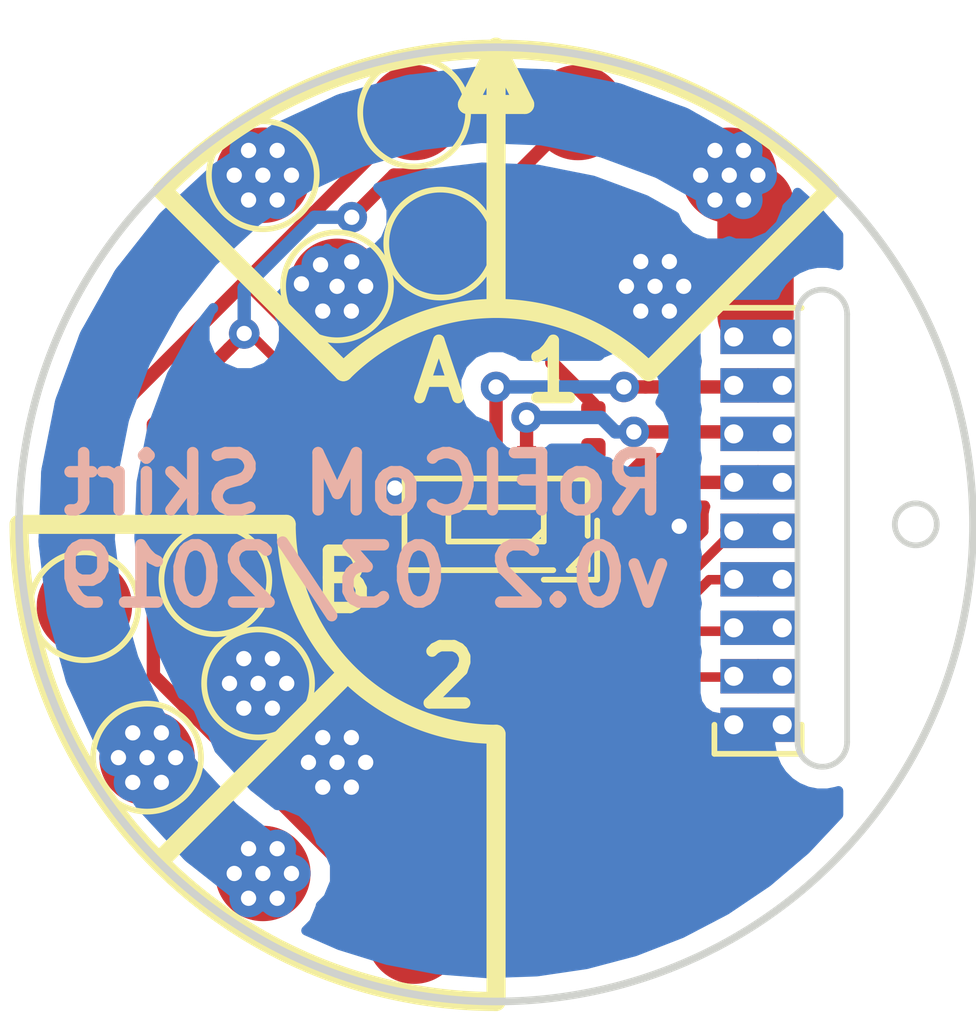
<source format=kicad_pcb>
(kicad_pcb (version 20171130) (host pcbnew 5.1.0-060a0da~80~ubuntu18.04.1)

  (general
    (thickness 1.6)
    (drawings 81)
    (tracks 192)
    (zones 0)
    (modules 23)
    (nets 14)
  )

  (page A4)
  (layers
    (0 F.Cu signal)
    (31 B.Cu signal)
    (32 B.Adhes user)
    (33 F.Adhes user)
    (34 B.Paste user)
    (35 F.Paste user)
    (36 B.SilkS user)
    (37 F.SilkS user)
    (38 B.Mask user)
    (39 F.Mask user)
    (40 Dwgs.User user)
    (41 Cmts.User user)
    (42 Eco1.User user hide)
    (43 Eco2.User user)
    (44 Edge.Cuts user)
    (45 Margin user)
    (46 B.CrtYd user)
    (47 F.CrtYd user)
    (48 B.Fab user)
    (49 F.Fab user)
  )

  (setup
    (last_trace_width 0.25)
    (user_trace_width 0.35)
    (user_trace_width 0.5)
    (user_trace_width 1)
    (user_trace_width 1.5)
    (user_trace_width 2)
    (user_trace_width 2.5)
    (trace_clearance 0.2)
    (zone_clearance 0.3)
    (zone_45_only no)
    (trace_min 0.2)
    (via_size 0.8)
    (via_drill 0.4)
    (via_min_size 0.4)
    (via_min_drill 0.3)
    (uvia_size 0.3)
    (uvia_drill 0.1)
    (uvias_allowed no)
    (uvia_min_size 0.2)
    (uvia_min_drill 0.1)
    (edge_width 0.15)
    (segment_width 0.5)
    (pcb_text_width 0.3)
    (pcb_text_size 1.5 1.5)
    (mod_edge_width 0.15)
    (mod_text_size 1 1)
    (mod_text_width 0.15)
    (pad_size 1.524 1.524)
    (pad_drill 0.762)
    (pad_to_mask_clearance 0.051)
    (solder_mask_min_width 0.25)
    (aux_axis_origin 0 0)
    (visible_elements FFFFFF7F)
    (pcbplotparams
      (layerselection 0x010fc_ffffffff)
      (usegerberextensions false)
      (usegerberattributes false)
      (usegerberadvancedattributes false)
      (creategerberjobfile false)
      (excludeedgelayer true)
      (linewidth 0.100000)
      (plotframeref false)
      (viasonmask false)
      (mode 1)
      (useauxorigin false)
      (hpglpennumber 1)
      (hpglpenspeed 20)
      (hpglpendiameter 15.000000)
      (psnegative false)
      (psa4output false)
      (plotreference true)
      (plotvalue true)
      (plotinvisibletext false)
      (padsonsilk false)
      (subtractmaskfromsilk false)
      (outputformat 1)
      (mirror false)
      (drillshape 1)
      (scaleselection 1)
      (outputdirectory ""))
  )

  (net 0 "")
  (net 1 GND)
  (net 2 RX)
  (net 3 S_A_PIN)
  (net 4 S_B_PIN)
  (net 5 TX)
  (net 6 +48V)
  (net 7 "Net-(J10-Pad1)")
  (net 8 "Net-(J11-Pad1)")
  (net 9 "Net-(R1-Pad1)")
  (net 10 +3V3)
  (net 11 "Net-(U1-Pad7)")
  (net 12 SDA)
  (net 13 SCL)

  (net_class Default "This is the default net class."
    (clearance 0.2)
    (trace_width 0.25)
    (via_dia 0.8)
    (via_drill 0.4)
    (uvia_dia 0.3)
    (uvia_drill 0.1)
    (add_net +3V3)
    (add_net +48V)
    (add_net GND)
    (add_net "Net-(J10-Pad1)")
    (add_net "Net-(J11-Pad1)")
    (add_net "Net-(R1-Pad1)")
    (add_net "Net-(U1-Pad7)")
    (add_net RX)
    (add_net SCL)
    (add_net SDA)
    (add_net S_A_PIN)
    (add_net S_B_PIN)
    (add_net TX)
  )

  (module rofi:VL53L1X_handsoldering (layer F.Cu) (tedit 5C865504) (tstamp 5C868857)
    (at 150 100)
    (path /5C864A70)
    (fp_text reference U1 (at 0 2.85) (layer F.SilkS) hide
      (effects (font (size 1 1) (thickness 0.15)))
    )
    (fp_text value VL53L1X (at 0 -2.8) (layer F.Fab)
      (effects (font (size 1 1) (thickness 0.15)))
    )
    (fp_line (start -2.4 1.2) (end 1.5 1.2) (layer F.SilkS) (width 0.15))
    (fp_line (start -2.4 -1.2) (end -2.4 1.2) (layer F.SilkS) (width 0.15))
    (fp_line (start 2.4 -1.2) (end -2.4 -1.2) (layer F.SilkS) (width 0.15))
    (fp_line (start 2.4 -1.1) (end 2.4 -1.2) (layer F.SilkS) (width 0.15))
    (fp_line (start 2.4 0.3) (end 2.4 -1.1) (layer F.SilkS) (width 0.15))
    (fp_line (start 2.65 1.45) (end 2.65 -0.1) (layer F.SilkS) (width 0.15))
    (fp_line (start 1.25 1.45) (end 2.65 1.45) (layer F.SilkS) (width 0.15))
    (fp_line (start 2.4 1.2) (end 1.9 1.2) (layer F.SilkS) (width 0.15))
    (fp_line (start 2.4 0.7) (end 2.4 1.2) (layer F.SilkS) (width 0.15))
    (fp_line (start 1.95 1.15) (end 2.4 0.7) (layer F.SilkS) (width 0.15))
    (fp_line (start 1 0.4) (end 1.25 0.15) (layer F.SilkS) (width 0.15))
    (fp_line (start -1.25 -0.45) (end -1.25 0.45) (layer F.SilkS) (width 0.15))
    (fp_line (start 1.25 -0.45) (end -1.25 -0.45) (layer F.SilkS) (width 0.15))
    (fp_line (start 1.25 0.45) (end 1.25 -0.45) (layer F.SilkS) (width 0.15))
    (fp_line (start -1.25 0.45) (end 1.25 0.45) (layer F.SilkS) (width 0.15))
    (fp_line (start -1.35 0.55) (end -1.35 -0.55) (layer F.Fab) (width 0.05))
    (fp_line (start 1.35 0.55) (end -1.35 0.55) (layer F.Fab) (width 0.05))
    (fp_line (start 1.35 -0.55) (end 1.35 0.55) (layer F.Fab) (width 0.05))
    (fp_line (start -1.35 -0.55) (end 1.35 -0.55) (layer F.Fab) (width 0.05))
    (fp_line (start 1.9 1.2) (end 2.4 0.7) (layer F.Fab) (width 0.15))
    (fp_line (start -2.4 1.2) (end -2.4 -1.2) (layer F.Fab) (width 0.15))
    (fp_line (start 2.4 1.2) (end -2.4 1.2) (layer F.Fab) (width 0.15))
    (fp_line (start 2.4 -1.2) (end 2.4 1.2) (layer F.Fab) (width 0.15))
    (fp_line (start -2.4 -1.2) (end 2.4 -1.2) (layer F.Fab) (width 0.15))
    (pad 12 smd rect (at 1.35 0) (size 2 0.5) (drill (offset 1 0)) (layers F.Cu F.Paste F.Mask)
      (net 1 GND))
    (pad 11 smd rect (at 1.6 -0.55 90) (size 1.5 0.5) (drill (offset 0.75 0)) (layers F.Cu F.Paste F.Mask)
      (net 10 +3V3))
    (pad 10 smd rect (at 0.8 -0.55 90) (size 1.5 0.5) (drill (offset 0.75 0)) (layers F.Cu F.Paste F.Mask)
      (net 13 SCL))
    (pad 9 smd rect (at 0 -0.55 90) (size 1.5 0.5) (drill (offset 0.75 0)) (layers F.Cu F.Paste F.Mask)
      (net 12 SDA))
    (pad 8 smd rect (at -0.8 -0.55 90) (size 1.5 0.5) (drill (offset 0.75 0)) (layers F.Cu F.Paste F.Mask))
    (pad 7 smd rect (at -1.6 -0.55 90) (size 1.5 0.5) (drill (offset 0.75 0)) (layers F.Cu F.Paste F.Mask)
      (net 11 "Net-(U1-Pad7)"))
    (pad 6 smd rect (at -1.35 0 180) (size 2 0.5) (drill (offset 1 0)) (layers F.Cu F.Paste F.Mask)
      (net 1 GND))
    (pad 5 smd rect (at -1.6 0.55 270) (size 1.5 0.5) (drill (offset 0.75 0)) (layers F.Cu F.Paste F.Mask)
      (net 9 "Net-(R1-Pad1)"))
    (pad 4 smd rect (at -0.8 0.55 270) (size 1.5 0.5) (drill (offset 0.75 0)) (layers F.Cu F.Paste F.Mask)
      (net 1 GND))
    (pad 3 smd rect (at 0 0.55 270) (size 1.5 0.5) (drill (offset 0.75 0)) (layers F.Cu F.Paste F.Mask)
      (net 1 GND))
    (pad 2 smd rect (at 0.8 0.55 270) (size 1.5 0.5) (drill (offset 0.75 0)) (layers F.Cu F.Paste F.Mask)
      (net 1 GND))
    (pad 1 smd rect (at 1.6 0.55 270) (size 1.5 0.5) (drill (offset 0.75 0)) (layers F.Cu F.Paste F.Mask)
      (net 10 +3V3))
  )

  (module rofi:flat_cable_9 (layer F.Cu) (tedit 5C86ABA2) (tstamp 5C86AE56)
    (at 157.5 105.25 90)
    (path /5C124CC6)
    (fp_text reference J1 (at 5.08 1.27 90) (layer F.SilkS) hide
      (effects (font (size 1 1) (thickness 0.15)))
    )
    (fp_text value Cable (at 5.08 -2.54 90) (layer F.Fab)
      (effects (font (size 1 1) (thickness 0.15)))
    )
    (fp_line (start 0 -1.778) (end -0.762 -1.778) (layer F.SilkS) (width 0.15))
    (fp_line (start -0.762 -1.778) (end -0.762 0.508) (layer F.SilkS) (width 0.15))
    (fp_line (start -0.762 0.508) (end 0 0.508) (layer F.SilkS) (width 0.15))
    (fp_line (start 10.922 -1.778) (end 10.922 0.508) (layer F.SilkS) (width 0.15))
    (pad 1 thru_hole rect (at 0 0 270) (size 0.9 1) (drill 0.5 (offset 0 0.15)) (layers *.Cu *.Mask)
      (net 1 GND))
    (pad 2 thru_hole rect (at 1.27 0 270) (size 0.9 1) (drill 0.5 (offset 0 0.15)) (layers *.Cu *.Mask)
      (net 4 S_B_PIN))
    (pad 3 thru_hole rect (at 2.54 0 270) (size 0.9 1) (drill 0.5 (offset 0 0.15)) (layers *.Cu *.Mask)
      (net 5 TX))
    (pad 4 thru_hole rect (at 3.81 0 270) (size 0.9 1) (drill 0.5 (offset 0 0.15)) (layers *.Cu *.Mask)
      (net 2 RX))
    (pad 5 thru_hole rect (at 5.08 0 270) (size 0.9 1) (drill 0.5 (offset 0 0.15)) (layers *.Cu *.Mask)
      (net 3 S_A_PIN))
    (pad 6 thru_hole rect (at 6.35 0 270) (size 0.9 1) (drill 0.5 (offset 0 0.15)) (layers *.Cu *.Mask)
      (net 10 +3V3))
    (pad 7 thru_hole rect (at 7.62 0 270) (size 0.9 1) (drill 0.5 (offset 0 0.15)) (layers *.Cu *.Mask)
      (net 13 SCL))
    (pad 8 thru_hole rect (at 8.89 0 270) (size 0.9 1) (drill 0.5 (offset 0 0.15)) (layers *.Cu *.Mask)
      (net 12 SDA))
    (pad 9 thru_hole rect (at 10.16 0 270) (size 0.9 1) (drill 0.5 (offset 0 0.15)) (layers *.Cu *.Mask)
      (net 6 +48V))
    (pad 1 thru_hole rect (at 0 -1.27 90) (size 0.9 1) (drill 0.5 (offset 0 0.15)) (layers *.Cu *.Mask)
      (net 1 GND))
    (pad 2 thru_hole rect (at 1.27 -1.27 90) (size 0.9 1) (drill 0.5 (offset 0 0.15)) (layers *.Cu *.Mask)
      (net 4 S_B_PIN))
    (pad 3 thru_hole rect (at 2.54 -1.27 90) (size 0.9 1) (drill 0.5 (offset 0 0.15)) (layers *.Cu *.Mask)
      (net 5 TX))
    (pad 4 thru_hole rect (at 3.81 -1.27 90) (size 0.9 1) (drill 0.5 (offset 0 0.15)) (layers *.Cu *.Mask)
      (net 2 RX))
    (pad 5 thru_hole rect (at 5.08 -1.27 90) (size 0.9 1) (drill 0.5 (offset 0 0.15)) (layers *.Cu *.Mask)
      (net 3 S_A_PIN))
    (pad 6 thru_hole rect (at 6.35 -1.27 90) (size 0.9 1) (drill 0.5 (offset 0 0.15)) (layers *.Cu *.Mask)
      (net 10 +3V3))
    (pad 7 thru_hole rect (at 7.62 -1.27 90) (size 0.9 1) (drill 0.5 (offset 0 0.15)) (layers *.Cu *.Mask)
      (net 13 SCL))
    (pad 8 thru_hole rect (at 8.89 -1.27 90) (size 0.9 1) (drill 0.5 (offset 0 0.15)) (layers *.Cu *.Mask)
      (net 12 SDA))
    (pad 9 thru_hole rect (at 10.16 -1.27 90) (size 0.9 1) (drill 0.5 (offset 0 0.15)) (layers *.Cu *.Mask)
      (net 6 +48V))
  )

  (module Capacitor_SMD:C_0402_1005Metric (layer F.Cu) (tedit 5B301BBE) (tstamp 5C86A685)
    (at 153.765 101)
    (descr "Capacitor SMD 0402 (1005 Metric), square (rectangular) end terminal, IPC_7351 nominal, (Body size source: http://www.tortai-tech.com/upload/download/2011102023233369053.pdf), generated with kicad-footprint-generator")
    (tags capacitor)
    (path /5C86660B)
    (attr smd)
    (fp_text reference C1 (at 0 -1.17) (layer F.SilkS) hide
      (effects (font (size 1 1) (thickness 0.15)))
    )
    (fp_text value 470n (at 0 1.17) (layer F.Fab)
      (effects (font (size 1 1) (thickness 0.15)))
    )
    (fp_text user %R (at 0 0) (layer F.Fab)
      (effects (font (size 0.25 0.25) (thickness 0.04)))
    )
    (fp_line (start 0.93 0.47) (end -0.93 0.47) (layer F.CrtYd) (width 0.05))
    (fp_line (start 0.93 -0.47) (end 0.93 0.47) (layer F.CrtYd) (width 0.05))
    (fp_line (start -0.93 -0.47) (end 0.93 -0.47) (layer F.CrtYd) (width 0.05))
    (fp_line (start -0.93 0.47) (end -0.93 -0.47) (layer F.CrtYd) (width 0.05))
    (fp_line (start 0.5 0.25) (end -0.5 0.25) (layer F.Fab) (width 0.1))
    (fp_line (start 0.5 -0.25) (end 0.5 0.25) (layer F.Fab) (width 0.1))
    (fp_line (start -0.5 -0.25) (end 0.5 -0.25) (layer F.Fab) (width 0.1))
    (fp_line (start -0.5 0.25) (end -0.5 -0.25) (layer F.Fab) (width 0.1))
    (pad 2 smd roundrect (at 0.485 0) (size 0.59 0.64) (layers F.Cu F.Paste F.Mask) (roundrect_rratio 0.25)
      (net 1 GND))
    (pad 1 smd roundrect (at -0.485 0) (size 0.59 0.64) (layers F.Cu F.Paste F.Mask) (roundrect_rratio 0.25)
      (net 10 +3V3))
    (model ${KISYS3DMOD}/Capacitor_SMD.3dshapes/C_0402_1005Metric.wrl
      (at (xyz 0 0 0))
      (scale (xyz 1 1 1))
      (rotate (xyz 0 0 0))
    )
  )

  (module Capacitor_SMD:C_0402_1005Metric (layer F.Cu) (tedit 5C865307) (tstamp 5C86A677)
    (at 153.765 99)
    (descr "Capacitor SMD 0402 (1005 Metric), square (rectangular) end terminal, IPC_7351 nominal, (Body size source: http://www.tortai-tech.com/upload/download/2011102023233369053.pdf), generated with kicad-footprint-generator")
    (tags capacitor)
    (path /5C866AA5)
    (attr smd)
    (fp_text reference C2 (at 0 -1.17) (layer F.SilkS) hide
      (effects (font (size 1 1) (thickness 0.15)))
    )
    (fp_text value 100n (at 0 1.17) (layer F.Fab)
      (effects (font (size 1 1) (thickness 0.15)))
    )
    (fp_line (start -0.5 0.25) (end -0.5 -0.25) (layer F.Fab) (width 0.1))
    (fp_line (start -0.5 -0.25) (end 0.5 -0.25) (layer F.Fab) (width 0.1))
    (fp_line (start 0.5 -0.25) (end 0.5 0.25) (layer F.Fab) (width 0.1))
    (fp_line (start 0.5 0.25) (end -0.5 0.25) (layer F.Fab) (width 0.1))
    (fp_line (start -0.93 0.47) (end -0.93 -0.47) (layer F.CrtYd) (width 0.05))
    (fp_line (start -0.93 -0.47) (end 0.93 -0.47) (layer F.CrtYd) (width 0.05))
    (fp_line (start 0.93 -0.47) (end 0.93 0.47) (layer F.CrtYd) (width 0.05))
    (fp_line (start 0.93 0.47) (end -0.93 0.47) (layer F.CrtYd) (width 0.05))
    (fp_text user %R (at 0 0) (layer F.Fab)
      (effects (font (size 0.25 0.25) (thickness 0.04)))
    )
    (pad 1 smd roundrect (at -0.485 0) (size 0.59 0.64) (layers F.Cu F.Paste F.Mask) (roundrect_rratio 0.25)
      (net 10 +3V3))
    (pad 2 smd roundrect (at 0.485 0) (size 0.59 0.64) (layers F.Cu F.Paste F.Mask) (roundrect_rratio 0.25)
      (net 1 GND))
    (model ${KISYS3DMOD}/Capacitor_SMD.3dshapes/C_0402_1005Metric.wrl
      (at (xyz 0 0 0))
      (scale (xyz 1 1 1))
      (rotate (xyz 0 0 0))
    )
  )

  (module Resistor_SMD:R_0402_1005Metric (layer F.Cu) (tedit 5C865301) (tstamp 5C86A669)
    (at 150.8 106.915 90)
    (descr "Resistor SMD 0402 (1005 Metric), square (rectangular) end terminal, IPC_7351 nominal, (Body size source: http://www.tortai-tech.com/upload/download/2011102023233369053.pdf), generated with kicad-footprint-generator")
    (tags resistor)
    (path /5C86C9AB)
    (attr smd)
    (fp_text reference R3 (at 0 -1.17 90) (layer F.SilkS) hide
      (effects (font (size 1 1) (thickness 0.15)))
    )
    (fp_text value 10k (at 0 1.17 90) (layer F.Fab)
      (effects (font (size 1 1) (thickness 0.15)))
    )
    (fp_line (start -0.5 0.25) (end -0.5 -0.25) (layer F.Fab) (width 0.1))
    (fp_line (start -0.5 -0.25) (end 0.5 -0.25) (layer F.Fab) (width 0.1))
    (fp_line (start 0.5 -0.25) (end 0.5 0.25) (layer F.Fab) (width 0.1))
    (fp_line (start 0.5 0.25) (end -0.5 0.25) (layer F.Fab) (width 0.1))
    (fp_line (start -0.93 0.47) (end -0.93 -0.47) (layer F.CrtYd) (width 0.05))
    (fp_line (start -0.93 -0.47) (end 0.93 -0.47) (layer F.CrtYd) (width 0.05))
    (fp_line (start 0.93 -0.47) (end 0.93 0.47) (layer F.CrtYd) (width 0.05))
    (fp_line (start 0.93 0.47) (end -0.93 0.47) (layer F.CrtYd) (width 0.05))
    (fp_text user %R (at 0 0 90) (layer F.Fab)
      (effects (font (size 0.25 0.25) (thickness 0.04)))
    )
    (pad 1 smd roundrect (at -0.485 0 90) (size 0.59 0.64) (layers F.Cu F.Paste F.Mask) (roundrect_rratio 0.25)
      (net 8 "Net-(J11-Pad1)"))
    (pad 2 smd roundrect (at 0.485 0 90) (size 0.59 0.64) (layers F.Cu F.Paste F.Mask) (roundrect_rratio 0.25)
      (net 1 GND))
    (model ${KISYS3DMOD}/Resistor_SMD.3dshapes/R_0402_1005Metric.wrl
      (at (xyz 0 0 0))
      (scale (xyz 1 1 1))
      (rotate (xyz 0 0 0))
    )
  )

  (module Resistor_SMD:R_0402_1005Metric (layer F.Cu) (tedit 5C865311) (tstamp 5C86A65B)
    (at 152.55 97.55 270)
    (descr "Resistor SMD 0402 (1005 Metric), square (rectangular) end terminal, IPC_7351 nominal, (Body size source: http://www.tortai-tech.com/upload/download/2011102023233369053.pdf), generated with kicad-footprint-generator")
    (tags resistor)
    (path /5C86C087)
    (attr smd)
    (fp_text reference R2 (at 0 -1.17 270) (layer F.SilkS) hide
      (effects (font (size 1 1) (thickness 0.15)))
    )
    (fp_text value 10k (at 0 1.17 270) (layer F.Fab)
      (effects (font (size 1 1) (thickness 0.15)))
    )
    (fp_text user %R (at 0 0 270) (layer F.Fab)
      (effects (font (size 0.25 0.25) (thickness 0.04)))
    )
    (fp_line (start 0.93 0.47) (end -0.93 0.47) (layer F.CrtYd) (width 0.05))
    (fp_line (start 0.93 -0.47) (end 0.93 0.47) (layer F.CrtYd) (width 0.05))
    (fp_line (start -0.93 -0.47) (end 0.93 -0.47) (layer F.CrtYd) (width 0.05))
    (fp_line (start -0.93 0.47) (end -0.93 -0.47) (layer F.CrtYd) (width 0.05))
    (fp_line (start 0.5 0.25) (end -0.5 0.25) (layer F.Fab) (width 0.1))
    (fp_line (start 0.5 -0.25) (end 0.5 0.25) (layer F.Fab) (width 0.1))
    (fp_line (start -0.5 -0.25) (end 0.5 -0.25) (layer F.Fab) (width 0.1))
    (fp_line (start -0.5 0.25) (end -0.5 -0.25) (layer F.Fab) (width 0.1))
    (pad 2 smd roundrect (at 0.485 0 270) (size 0.59 0.64) (layers F.Cu F.Paste F.Mask) (roundrect_rratio 0.25)
      (net 10 +3V3))
    (pad 1 smd roundrect (at -0.485 0 270) (size 0.59 0.64) (layers F.Cu F.Paste F.Mask) (roundrect_rratio 0.25)
      (net 7 "Net-(J10-Pad1)"))
    (model ${KISYS3DMOD}/Resistor_SMD.3dshapes/R_0402_1005Metric.wrl
      (at (xyz 0 0 0))
      (scale (xyz 1 1 1))
      (rotate (xyz 0 0 0))
    )
  )

  (module Resistor_SMD:R_0402_1005Metric (layer F.Cu) (tedit 5C86530C) (tstamp 5C86A64D)
    (at 147 101.315 90)
    (descr "Resistor SMD 0402 (1005 Metric), square (rectangular) end terminal, IPC_7351 nominal, (Body size source: http://www.tortai-tech.com/upload/download/2011102023233369053.pdf), generated with kicad-footprint-generator")
    (tags resistor)
    (path /5C864E5A)
    (attr smd)
    (fp_text reference R1 (at 0 -1.17 90) (layer F.SilkS) hide
      (effects (font (size 1 1) (thickness 0.15)))
    )
    (fp_text value 10k (at 0 1.17 90) (layer F.Fab)
      (effects (font (size 1 1) (thickness 0.15)))
    )
    (fp_line (start -0.5 0.25) (end -0.5 -0.25) (layer F.Fab) (width 0.1))
    (fp_line (start -0.5 -0.25) (end 0.5 -0.25) (layer F.Fab) (width 0.1))
    (fp_line (start 0.5 -0.25) (end 0.5 0.25) (layer F.Fab) (width 0.1))
    (fp_line (start 0.5 0.25) (end -0.5 0.25) (layer F.Fab) (width 0.1))
    (fp_line (start -0.93 0.47) (end -0.93 -0.47) (layer F.CrtYd) (width 0.05))
    (fp_line (start -0.93 -0.47) (end 0.93 -0.47) (layer F.CrtYd) (width 0.05))
    (fp_line (start 0.93 -0.47) (end 0.93 0.47) (layer F.CrtYd) (width 0.05))
    (fp_line (start 0.93 0.47) (end -0.93 0.47) (layer F.CrtYd) (width 0.05))
    (fp_text user %R (at 0 0 90) (layer F.Fab)
      (effects (font (size 0.25 0.25) (thickness 0.04)))
    )
    (pad 1 smd roundrect (at -0.485 0 90) (size 0.59 0.64) (layers F.Cu F.Paste F.Mask) (roundrect_rratio 0.25)
      (net 9 "Net-(R1-Pad1)"))
    (pad 2 smd roundrect (at 0.485 0 90) (size 0.59 0.64) (layers F.Cu F.Paste F.Mask) (roundrect_rratio 0.25)
      (net 1 GND))
    (model ${KISYS3DMOD}/Resistor_SMD.3dshapes/R_0402_1005Metric.wrl
      (at (xyz 0 0 0))
      (scale (xyz 1 1 1))
      (rotate (xyz 0 0 0))
    )
  )

  (module rofi:pogo_pad_2mm (layer F.Cu) (tedit 5C12506D) (tstamp 5C125547)
    (at 143.888727 109.146165)
    (path /5C12603C)
    (fp_text reference J13 (at 0 2) (layer F.SilkS) hide
      (effects (font (size 1 1) (thickness 0.15)))
    )
    (fp_text value 48V_2 (at 0 -2.1) (layer F.Fab)
      (effects (font (size 1 1) (thickness 0.15)))
    )
    (pad 1 smd circle (at 0 0) (size 2.5 2.5) (layers F.Cu F.Paste F.Mask)
      (net 6 +48V))
  )

  (module rofi:pogo_pad_2mm (layer F.Cu) (tedit 5C12506D) (tstamp 5C12553A)
    (at 145.833223 106.236022)
    (path /5C12624E)
    (fp_text reference J15 (at 0 2) (layer F.SilkS) hide
      (effects (font (size 1 1) (thickness 0.15)))
    )
    (fp_text value GND_2 (at 0 -2.1) (layer F.Fab)
      (effects (font (size 1 1) (thickness 0.15)))
    )
    (pad 1 smd circle (at 0 0) (size 2.5 2.5) (layers F.Cu F.Paste F.Mask)
      (net 1 GND))
  )

  (module rofi:pogo_pad_2mm (layer F.Cu) (tedit 5C12506D) (tstamp 5C125535)
    (at 147.854006 110.788638)
    (path /5C127090)
    (fp_text reference J17 (at 0 2) (layer F.SilkS) hide
      (effects (font (size 1 1) (thickness 0.15)))
    )
    (fp_text value TX_2 (at 0 -2.1) (layer F.Fab)
      (effects (font (size 1 1) (thickness 0.15)))
    )
    (pad 1 smd circle (at 0 0) (size 2.5 2.5) (layers F.Cu F.Paste F.Mask)
      (net 5 TX))
  )

  (module rofi:pogo_pin_2mm (layer F.Cu) (tedit 5C1250F8) (tstamp 5C1255DA)
    (at 140.853834 106.111272)
    (path /5C126036)
    (fp_text reference J12 (at 0 2.3) (layer F.SilkS) hide
      (effects (font (size 1 1) (thickness 0.15)))
    )
    (fp_text value 48V_B (at 0 -2.1) (layer F.Fab)
      (effects (font (size 1 1) (thickness 0.15)))
    )
    (fp_circle (center 0 0) (end 0.2 -1.4) (layer F.SilkS) (width 0.15))
    (fp_circle (center 0 0) (end 0.5 0) (layer F.Fab) (width 0.15))
    (fp_circle (center 0 0) (end 0.7 0) (layer F.Fab) (width 0.15))
    (fp_circle (center 0 0) (end 1 0) (layer F.Fab) (width 0.15))
    (pad 1 smd circle (at 0 0) (size 2.5 2.5) (layers F.Cu F.Paste F.Mask)
      (net 6 +48V))
  )

  (module rofi:pogo_pin_2mm (layer F.Cu) (tedit 5C1250F8) (tstamp 5C1254CF)
    (at 143.763977 104.166776)
    (path /5C126248)
    (fp_text reference J14 (at 0 2.3) (layer F.SilkS) hide
      (effects (font (size 1 1) (thickness 0.15)))
    )
    (fp_text value GND_B (at 0 -2.1) (layer F.Fab)
      (effects (font (size 1 1) (thickness 0.15)))
    )
    (fp_circle (center 0 0) (end 0.2 -1.4) (layer F.SilkS) (width 0.15))
    (fp_circle (center 0 0) (end 0.5 0) (layer F.Fab) (width 0.15))
    (fp_circle (center 0 0) (end 0.7 0) (layer F.Fab) (width 0.15))
    (fp_circle (center 0 0) (end 1 0) (layer F.Fab) (width 0.15))
    (pad 1 smd circle (at 0 0) (size 2.5 2.5) (layers F.Cu F.Paste F.Mask)
      (net 1 GND))
  )

  (module rofi:pogo_pin_2mm (layer F.Cu) (tedit 5C1250F8) (tstamp 5C1254C6)
    (at 139.211361 102.145993)
    (path /5C126914)
    (fp_text reference J16 (at 0 2.3) (layer F.SilkS) hide
      (effects (font (size 1 1) (thickness 0.15)))
    )
    (fp_text value RX_B (at 0 -2.1) (layer F.Fab)
      (effects (font (size 1 1) (thickness 0.15)))
    )
    (fp_circle (center 0 0) (end 0.2 -1.4) (layer F.SilkS) (width 0.15))
    (fp_circle (center 0 0) (end 0.5 0) (layer F.Fab) (width 0.15))
    (fp_circle (center 0 0) (end 0.7 0) (layer F.Fab) (width 0.15))
    (fp_circle (center 0 0) (end 1 0) (layer F.Fab) (width 0.15))
    (pad 1 smd circle (at 0 0) (size 2.5 2.5) (layers F.Cu F.Paste F.Mask)
      (net 2 RX))
  )

  (module rofi:pogo_pad_2mm (layer F.Cu) (tedit 5C12506D) (tstamp 5C125209)
    (at 148.536822 107.355889)
    (path /5C125489)
    (fp_text reference J11 (at 0 2) (layer F.SilkS) hide
      (effects (font (size 1 1) (thickness 0.15)))
    )
    (fp_text value SENSE_2 (at 0 -2.1) (layer F.Fab)
      (effects (font (size 1 1) (thickness 0.15)))
    )
    (pad 1 smd circle (at 0 0) (size 2.5 2.5) (layers F.Cu F.Paste F.Mask)
      (net 8 "Net-(J11-Pad1)"))
  )

  (module rofi:pogo_pad_2mm (layer F.Cu) (tedit 5C12506D) (tstamp 5C125204)
    (at 151.463177 92.64411)
    (path /5C1253F8)
    (fp_text reference J10 (at 0 2) (layer F.SilkS) hide
      (effects (font (size 1 1) (thickness 0.15)))
    )
    (fp_text value SENSE_1 (at 0 -2.1) (layer F.Fab)
      (effects (font (size 1 1) (thickness 0.15)))
    )
    (pad 1 smd circle (at 0 0) (size 2.5 2.5) (layers F.Cu F.Paste F.Mask)
      (net 7 "Net-(J10-Pad1)"))
  )

  (module rofi:pogo_pad_2mm (layer F.Cu) (tedit 5C12506D) (tstamp 5C1251FF)
    (at 152.145993 89.211361)
    (path /5C125879)
    (fp_text reference J7 (at 0 2) (layer F.SilkS) hide
      (effects (font (size 1 1) (thickness 0.15)))
    )
    (fp_text value TX_1 (at 0 -2.1) (layer F.Fab)
      (effects (font (size 1 1) (thickness 0.15)))
    )
    (pad 1 smd circle (at 0 0) (size 2.5 2.5) (layers F.Cu F.Paste F.Mask)
      (net 5 TX))
  )

  (module rofi:pogo_pad_2mm (layer F.Cu) (tedit 5C12506D) (tstamp 5C1251FA)
    (at 154.166776 93.763977)
    (path /5C124FD1)
    (fp_text reference J5 (at 0 2) (layer F.SilkS) hide
      (effects (font (size 1 1) (thickness 0.15)))
    )
    (fp_text value GND_1 (at 0 -2.1) (layer F.Fab)
      (effects (font (size 1 1) (thickness 0.15)))
    )
    (pad 1 smd circle (at 0 0) (size 2.5 2.5) (layers F.Cu F.Paste F.Mask)
      (net 1 GND))
  )

  (module rofi:pogo_pad_2mm (layer F.Cu) (tedit 5C12506D) (tstamp 5C1251F5)
    (at 156.111272 90.853834)
    (path /5C124F14)
    (fp_text reference J3 (at 0 2) (layer F.SilkS) hide
      (effects (font (size 1 1) (thickness 0.15)))
    )
    (fp_text value 48V_1 (at 0 -2.1) (layer F.Fab)
      (effects (font (size 1 1) (thickness 0.15)))
    )
    (pad 1 smd circle (at 0 0) (size 2.5 2.5) (layers F.Cu F.Paste F.Mask)
      (net 6 +48V))
  )

  (module rofi:pogo_pin_2mm (layer F.Cu) (tedit 5C1250F8) (tstamp 5C1251F0)
    (at 142.64411 101.463177)
    (path /5C12529A)
    (fp_text reference J9 (at 0 2.3) (layer F.SilkS) hide
      (effects (font (size 1 1) (thickness 0.15)))
    )
    (fp_text value SENSE_B (at 0 -2.1) (layer F.Fab)
      (effects (font (size 1 1) (thickness 0.15)))
    )
    (fp_circle (center 0 0) (end 0.2 -1.4) (layer F.SilkS) (width 0.15))
    (fp_circle (center 0 0) (end 0.5 0) (layer F.Fab) (width 0.15))
    (fp_circle (center 0 0) (end 0.7 0) (layer F.Fab) (width 0.15))
    (fp_circle (center 0 0) (end 1 0) (layer F.Fab) (width 0.15))
    (pad 1 smd circle (at 0 0) (size 2.5 2.5) (layers F.Cu F.Paste F.Mask)
      (net 4 S_B_PIN))
  )

  (module rofi:pogo_pin_2mm (layer F.Cu) (tedit 5C1250F8) (tstamp 5C1251E7)
    (at 148.536822 92.64411)
    (path /5C125264)
    (fp_text reference J8 (at 0 2.3) (layer F.SilkS) hide
      (effects (font (size 1 1) (thickness 0.15)))
    )
    (fp_text value SENSE_A (at 0 -2.1) (layer F.Fab)
      (effects (font (size 1 1) (thickness 0.15)))
    )
    (fp_circle (center 0 0) (end 0.2 -1.4) (layer F.SilkS) (width 0.15))
    (fp_circle (center 0 0) (end 0.5 0) (layer F.Fab) (width 0.15))
    (fp_circle (center 0 0) (end 0.7 0) (layer F.Fab) (width 0.15))
    (fp_circle (center 0 0) (end 1 0) (layer F.Fab) (width 0.15))
    (pad 1 smd circle (at 0 0) (size 2.5 2.5) (layers F.Cu F.Paste F.Mask)
      (net 3 S_A_PIN))
  )

  (module rofi:pogo_pin_2mm (layer F.Cu) (tedit 5C1250F8) (tstamp 5C1251DE)
    (at 147.854006 89.211361)
    (path /5C1250C4)
    (fp_text reference J6 (at 0 2.3) (layer F.SilkS) hide
      (effects (font (size 1 1) (thickness 0.15)))
    )
    (fp_text value RX_A (at 0 -2.1) (layer F.Fab)
      (effects (font (size 1 1) (thickness 0.15)))
    )
    (fp_circle (center 0 0) (end 0.2 -1.4) (layer F.SilkS) (width 0.15))
    (fp_circle (center 0 0) (end 0.5 0) (layer F.Fab) (width 0.15))
    (fp_circle (center 0 0) (end 0.7 0) (layer F.Fab) (width 0.15))
    (fp_circle (center 0 0) (end 1 0) (layer F.Fab) (width 0.15))
    (pad 1 smd circle (at 0 0) (size 2.5 2.5) (layers F.Cu F.Paste F.Mask)
      (net 2 RX))
  )

  (module rofi:pogo_pin_2mm (layer F.Cu) (tedit 5C1250F8) (tstamp 5C1251D5)
    (at 145.833223 93.763977)
    (path /5C124FA9)
    (fp_text reference J4 (at 0 2.3) (layer F.SilkS) hide
      (effects (font (size 1 1) (thickness 0.15)))
    )
    (fp_text value GND_A (at 0 -2.1) (layer F.Fab)
      (effects (font (size 1 1) (thickness 0.15)))
    )
    (fp_circle (center 0 0) (end 0.2 -1.4) (layer F.SilkS) (width 0.15))
    (fp_circle (center 0 0) (end 0.5 0) (layer F.Fab) (width 0.15))
    (fp_circle (center 0 0) (end 0.7 0) (layer F.Fab) (width 0.15))
    (fp_circle (center 0 0) (end 1 0) (layer F.Fab) (width 0.15))
    (pad 1 smd circle (at 0 0) (size 2.5 2.5) (layers F.Cu F.Paste F.Mask)
      (net 1 GND))
  )

  (module rofi:pogo_pin_2mm (layer F.Cu) (tedit 5C1250F8) (tstamp 5C1251CC)
    (at 143.888727 90.853834)
    (path /5C124E33)
    (fp_text reference J2 (at 0 2.3) (layer F.SilkS) hide
      (effects (font (size 1 1) (thickness 0.15)))
    )
    (fp_text value 48V_A (at 0 -2.1) (layer F.Fab)
      (effects (font (size 1 1) (thickness 0.15)))
    )
    (fp_circle (center 0 0) (end 0.2 -1.4) (layer F.SilkS) (width 0.15))
    (fp_circle (center 0 0) (end 0.5 0) (layer F.Fab) (width 0.15))
    (fp_circle (center 0 0) (end 0.7 0) (layer F.Fab) (width 0.15))
    (fp_circle (center 0 0) (end 1 0) (layer F.Fab) (width 0.15))
    (pad 1 smd circle (at 0 0) (size 2.5 2.5) (layers F.Cu F.Paste F.Mask)
      (net 6 +48V))
  )

  (gr_circle (center 161 100) (end 161.55 100) (layer Edge.Cuts) (width 0.15))
  (gr_circle (center 149.95 100) (end 160.95 100) (layer Cmts.User) (width 0.05))
  (gr_line (start 159.2 105.7) (end 159.2 94.5) (layer Edge.Cuts) (width 0.15))
  (gr_arc (start 158.55 105.7) (end 157.9 105.7) (angle -180) (layer Edge.Cuts) (width 0.15) (tstamp 5C86B35C))
  (gr_line (start 157.9 94.5) (end 157.9 105.7) (layer Edge.Cuts) (width 0.15))
  (gr_arc (start 158.55 94.5) (end 159.2 94.5) (angle -180) (layer Edge.Cuts) (width 0.15))
  (gr_text "RoFICoM Skirt\nv0.2 03/2019" (at 146.55 100.15) (layer B.SilkS)
    (effects (font (size 1.5 1.5) (thickness 0.3)) (justify mirror))
  )
  (gr_line (start 150.75 89) (end 150 87.5) (layer F.SilkS) (width 0.5))
  (gr_line (start 149.25 89) (end 150.75 89) (layer F.SilkS) (width 0.5))
  (gr_line (start 150 87.5) (end 149.25 89) (layer F.SilkS) (width 0.5))
  (gr_line (start 150 105.5) (end 150 112.5) (layer F.SilkS) (width 0.5))
  (gr_line (start 146 104) (end 141.25 108.75) (layer F.SilkS) (width 0.5))
  (gr_line (start 144.5 100) (end 137.5 100) (layer F.SilkS) (width 0.5))
  (gr_arc (start 150 100) (end 144.5 100) (angle -90) (layer F.SilkS) (width 0.5))
  (gr_arc (start 150 100) (end 137.5 100) (angle -90) (layer F.SilkS) (width 0.5))
  (gr_line (start 154 96) (end 158.75 91.25) (layer F.SilkS) (width 0.5))
  (gr_line (start 154 95.75) (end 154 96) (layer F.SilkS) (width 0.2))
  (gr_line (start 141.25 91.25) (end 146 96) (layer F.SilkS) (width 0.5))
  (gr_line (start 150 87.75) (end 150 94.25) (layer F.SilkS) (width 0.5))
  (gr_arc (start 150 100) (end 154 96) (angle -90) (layer F.SilkS) (width 0.5))
  (gr_arc (start 150 99.75) (end 158.75 91.25) (angle -91.63031912) (layer F.SilkS) (width 0.5))
  (gr_line (start 150 100) (end 150 113) (layer Cmts.User) (width 0.2))
  (gr_line (start 150 100) (end 141 109) (layer Cmts.User) (width 0.2))
  (gr_line (start 150 100) (end 141 91) (layer Cmts.User) (width 0.2))
  (gr_line (start 150 100) (end 159 91) (layer Cmts.User) (width 0.2))
  (gr_line (start 150 100) (end 137.25 100) (layer Cmts.User) (width 0.2))
  (gr_line (start 150 100) (end 150 87.25) (layer Cmts.User) (width 0.2))
  (gr_text 1 (at 151.5 96) (layer F.SilkS)
    (effects (font (size 1.5 1.5) (thickness 0.3)))
  )
  (gr_text 2 (at 148.75 104) (layer F.SilkS)
    (effects (font (size 1.5 1.5) (thickness 0.3)))
  )
  (gr_text B (at 146 101.5) (layer F.SilkS)
    (effects (font (size 1.5 1.5) (thickness 0.3)))
  )
  (gr_text A (at 148.5 96) (layer F.SilkS)
    (effects (font (size 1.5 1.5) (thickness 0.3)))
  )
  (gr_circle (center 150 100) (end 162.5 100) (layer Edge.Cuts) (width 0.2))
  (gr_line (start 152.039376 92.633074) (end 142.039376 92.633074) (layer Eco1.User) (width 0.2))
  (gr_line (start 142.039376 92.633074) (end 142.039376 102.633074) (layer Eco1.User) (width 0.2))
  (gr_line (start 149.18537 86.844436) (end 148.600099 89.786792) (layer Eco1.User) (width 0.2))
  (gr_line (start 144.893382 86.844436) (end 145.478653 89.786792) (layer Eco1.User) (width 0.2))
  (gr_line (start 137.89321 103.744347) (end 140.387619 102.077636) (layer Eco1.User) (width 0.2))
  (gr_circle (center 140.387619 102.077636) (end 139.137619 102.077636) (layer Eco1.User) (width 0.2))
  (gr_line (start 147.039376 97.633074) (end 159.789376 97.633074) (layer Eco1.User) (width 0.2))
  (gr_arc (start 147.039376 97.633074) (end 148.150612 84.931592) (angle -55) (layer Eco1.User) (width 0.2))
  (gr_arc (start 147.039376 97.633074) (end 159.740858 98.74431) (angle -55) (layer Eco1.User) (width 0.2))
  (gr_arc (start 147.039376 97.633074) (end 155.234918 87.866007) (angle -35) (layer Eco1.User) (width 0.2))
  (gr_line (start 152.039376 102.633074) (end 152.039376 92.633074) (layer Eco1.User) (width 0.2))
  (gr_line (start 144.893382 108.421712) (end 145.478653 105.479356) (layer Eco1.User) (width 0.2))
  (gr_arc (start 147.039376 97.633074) (end 155.234918 87.866007) (angle -35) (layer Eco1.User) (width 0.2))
  (gr_circle (center 151.483938 90.981317) (end 150.233938 90.981317) (layer Eco1.User) (width 0.2))
  (gr_circle (center 140.928103 88.486908) (end 139.678103 88.486908) (layer Eco1.User) (width 0.2))
  (gr_line (start 147.039376 97.633074) (end 144.551974 85.128062) (layer Eco1.User) (width 0.2))
  (gr_circle (center 147.039376 97.633074) (end 139.039376 97.633074) (layer Eco1.User) (width 0.2))
  (gr_circle (center 136.250738 99.779068) (end 135.000738 99.779068) (layer Eco1.User) (width 0.2))
  (gr_line (start 147.039376 97.633074) (end 147.039376 110.383074) (layer Eco1.User) (width 0.2))
  (gr_circle (center 142.594814 90.981317) (end 141.344814 90.981317) (layer Eco1.User) (width 0.2))
  (gr_circle (center 144.893382 108.421712) (end 143.643382 108.421712) (layer Eco1.User) (width 0.2))
  (gr_line (start 142.039376 102.633074) (end 152.039376 102.633074) (layer Eco1.User) (width 0.2))
  (gr_circle (center 144.893382 86.844436) (end 143.643382 86.844436) (layer Eco1.User) (width 0.2))
  (gr_circle (center 149.18537 86.844436) (end 147.93537 86.844436) (layer Eco1.User) (width 0.2))
  (gr_circle (center 147.039376 97.633074) (end 136.039376 97.633074) (layer Eco1.User) (width 0.2))
  (gr_arc (start 147.039376 97.633074) (end 156.806443 105.828616) (angle -35) (layer Eco1.User) (width 0.2))
  (gr_circle (center 145.478653 105.479356) (end 144.228653 105.479356) (layer Eco1.User) (width 0.2))
  (gr_line (start 147.039376 97.633074) (end 138.023765 88.617463) (layer Eco1.User) (width 0.2))
  (gr_circle (center 153.150649 88.486908) (end 151.900649 88.486908) (layer Eco1.User) (width 0.2))
  (gr_circle (center 142.594814 104.284831) (end 141.344814 104.284831) (layer Eco1.User) (width 0.2))
  (gr_line (start 139.193094 99.193797) (end 136.250738 99.779068) (layer Eco1.User) (width 0.2))
  (gr_circle (center 139.193094 99.193797) (end 137.943094 99.193797) (layer Eco1.User) (width 0.2))
  (gr_circle (center 137.89321 103.744347) (end 136.64321 103.744347) (layer Eco1.User) (width 0.2))
  (gr_line (start 140.928103 106.77924) (end 142.594814 104.284831) (layer Eco1.User) (width 0.2))
  (gr_arc (start 147.039376 97.633074) (end 138.843834 107.400141) (angle -35) (layer Eco1.User) (width 0.2))
  (gr_line (start 140.928103 88.486908) (end 142.594814 90.981317) (layer Eco1.User) (width 0.2))
  (gr_line (start 147.039376 97.633074) (end 139.955856 87.031836) (layer Eco1.User) (width 0.2))
  (gr_line (start 147.039376 97.633074) (end 134.289376 97.633074) (layer Eco1.User) (width 0.2))
  (gr_circle (center 148.600099 89.786792) (end 147.350099 89.786792) (layer Eco1.User) (width 0.2))
  (gr_arc (start 147.039376 97.633074) (end 137.272309 89.437532) (angle -35) (layer Eco1.User) (width 0.2))
  (gr_circle (center 145.478653 89.786792) (end 144.228653 89.786792) (layer Eco1.User) (width 0.2))
  (gr_arc (start 147.039376 97.633074) (end 134.337894 96.521838) (angle -55) (layer Eco1.User) (width 0.2))
  (gr_arc (start 147.039376 97.633074) (end 156.806443 105.828616) (angle -35) (layer Eco1.User) (width 0.2))
  (gr_circle (center 140.928103 106.77924) (end 139.678103 106.77924) (layer Eco1.User) (width 0.2))
  (gr_line (start 153.150649 88.486908) (end 151.483938 90.981317) (layer Eco1.User) (width 0.2))
  (gr_line (start 147.039376 97.633074) (end 147.039376 84.883074) (layer Eco1.User) (width 0.2))
  (gr_arc (start 147.039376 97.633074) (end 145.92814 110.334556) (angle -55) (layer Eco1.User) (width 0.2))
  (gr_arc (start 147.039376 97.633074) (end 138.843834 107.400141) (angle -35) (layer Eco1.User) (width 0.2))
  (gr_arc (start 147.039376 97.633074) (end 137.272309 89.437532) (angle -35) (layer Eco1.User) (width 0.2))

  (via (at 145.833223 106.236022) (size 1) (layers F.Cu B.Cu) (net 1))
  (via (at 146.583223 106.236022) (size 1) (layers F.Cu B.Cu) (net 1))
  (via (at 146.208223 106.885541) (size 1) (layers F.Cu B.Cu) (net 1))
  (via (at 145.458223 106.885541) (size 1) (layers F.Cu B.Cu) (net 1))
  (via (at 145.083223 106.236022) (size 1) (layers F.Cu B.Cu) (net 1))
  (via (at 145.458223 105.586502) (size 1) (layers F.Cu B.Cu) (net 1))
  (via (at 146.208223 105.586502) (size 1) (layers F.Cu B.Cu) (net 1))
  (via (at 143.763977 104.166776) (size 1) (layers F.Cu B.Cu) (net 1))
  (via (at 144.513977 104.166776) (size 1) (layers F.Cu B.Cu) (net 1))
  (via (at 144.138977 104.816295) (size 1) (layers F.Cu B.Cu) (net 1))
  (via (at 143.388977 104.816295) (size 1) (layers F.Cu B.Cu) (net 1))
  (via (at 143.013977 104.166776) (size 1) (layers F.Cu B.Cu) (net 1))
  (via (at 143.388977 103.517256) (size 1) (layers F.Cu B.Cu) (net 1))
  (via (at 144.138977 103.517256) (size 1) (layers F.Cu B.Cu) (net 1))
  (via (at 154.166776 93.763977) (size 1) (layers F.Cu B.Cu) (net 1))
  (via (at 154.916776 93.763977) (size 1) (layers F.Cu B.Cu) (net 1))
  (via (at 154.541776 94.413496) (size 1) (layers F.Cu B.Cu) (net 1))
  (via (at 153.791776 94.413496) (size 1) (layers F.Cu B.Cu) (net 1))
  (via (at 153.416776 93.763977) (size 1) (layers F.Cu B.Cu) (net 1))
  (via (at 153.791776 93.114457) (size 1) (layers F.Cu B.Cu) (net 1))
  (via (at 154.541776 93.114457) (size 1) (layers F.Cu B.Cu) (net 1))
  (via (at 145.833223 93.763977) (size 1) (layers F.Cu B.Cu) (net 1))
  (via (at 146.583223 93.763977) (size 1) (layers F.Cu B.Cu) (net 1))
  (via (at 146.208223 94.413496) (size 1) (layers F.Cu B.Cu) (net 1))
  (via (at 145.458223 94.413496) (size 1) (layers F.Cu B.Cu) (net 1))
  (segment (start 150.351502 105.586502) (end 146.413498 105.586502) (width 0.35) (layer F.Cu) (net 1))
  (segment (start 150.8 106.43) (end 150.8 106.035) (width 0.35) (layer F.Cu) (net 1))
  (segment (start 150.8 106.035) (end 150.351502 105.586502) (width 0.35) (layer F.Cu) (net 1))
  (segment (start 146.413498 105.586502) (end 145.8 106.2) (width 0.35) (layer F.Cu) (net 1))
  (segment (start 151.35 100) (end 147.8 100) (width 0.35) (layer F.Cu) (net 1))
  (segment (start 154.25 99) (end 154.25 100.95) (width 0.25) (layer F.Cu) (net 1))
  (segment (start 154.25 100.95) (end 154.2 101) (width 0.25) (layer F.Cu) (net 1))
  (via (at 146.217199 93.123433) (size 1) (drill 0.4) (layers F.Cu B.Cu) (net 1))
  (via (at 145.400001 93.199999) (size 1) (drill 0.4) (layers F.Cu B.Cu) (net 1))
  (via (at 144.899998 93.7) (size 1) (drill 0.4) (layers F.Cu B.Cu) (net 1))
  (via (at 154.8 100.05) (size 0.8) (drill 0.4) (layers F.Cu B.Cu) (net 1))
  (segment (start 150.8 100.55) (end 151.35 100) (width 0.35) (layer F.Cu) (net 1))
  (segment (start 151.35 100) (end 152.5 100) (width 0.35) (layer F.Cu) (net 1))
  (via (at 147.35 99.05) (size 0.8) (drill 0.4) (layers F.Cu B.Cu) (net 1))
  (segment (start 139.211361 97.854006) (end 139.211361 100.378227) (width 0.35) (layer F.Cu) (net 2))
  (segment (start 139.211361 100.378227) (end 139.211361 102.145993) (width 0.35) (layer F.Cu) (net 2))
  (segment (start 143.4 93.665367) (end 139.211361 97.854006) (width 0.35) (layer F.Cu) (net 2))
  (segment (start 147.854006 89.211361) (end 143.515367 93.55) (width 0.35) (layer F.Cu) (net 2))
  (segment (start 143.515367 93.55) (end 143.4 93.665367) (width 0.35) (layer F.Cu) (net 2))
  (segment (start 154.166391 102.870019) (end 155.58641 101.45) (width 0.25) (layer F.Cu) (net 2))
  (segment (start 146.445378 102.87002) (end 154.166391 102.870019) (width 0.25) (layer F.Cu) (net 2))
  (segment (start 145.900002 102.324644) (end 146.445378 102.87002) (width 0.25) (layer F.Cu) (net 2))
  (segment (start 145.900001 100.721413) (end 145.900002 102.324644) (width 0.25) (layer F.Cu) (net 2))
  (segment (start 155.58641 101.45) (end 157.5 101.45) (width 0.25) (layer F.Cu) (net 2))
  (segment (start 143.515367 93.777123) (end 145.95 96.211756) (width 0.25) (layer F.Cu) (net 2))
  (segment (start 143.515367 93.55) (end 143.515367 93.777123) (width 0.25) (layer F.Cu) (net 2))
  (segment (start 145.95 96.211756) (end 145.95 99.228588) (width 0.25) (layer F.Cu) (net 2))
  (segment (start 145.95 99.228588) (end 145.874989 99.303599) (width 0.25) (layer F.Cu) (net 2))
  (segment (start 145.874989 99.303599) (end 145.87499 100.696402) (width 0.25) (layer F.Cu) (net 2))
  (segment (start 145.87499 100.696402) (end 145.900001 100.721413) (width 0.25) (layer F.Cu) (net 2))
  (segment (start 156.05 100.15) (end 157.44999 100.15) (width 0.35) (layer F.Cu) (net 3))
  (segment (start 148.55 95.15) (end 148.55 92.6) (width 0.25) (layer F.Cu) (net 3))
  (segment (start 146.324999 99.489999) (end 146.4 99.414998) (width 0.25) (layer F.Cu) (net 3))
  (segment (start 153.97999 102.42001) (end 146.631777 102.42001) (width 0.25) (layer F.Cu) (net 3))
  (segment (start 146.35001 100.535012) (end 146.324999 100.510001) (width 0.25) (layer F.Cu) (net 3))
  (segment (start 146.4 99.414998) (end 146.4 97.3) (width 0.25) (layer F.Cu) (net 3))
  (segment (start 156.23 100.17) (end 153.97999 102.42001) (width 0.25) (layer F.Cu) (net 3))
  (segment (start 146.631777 102.42001) (end 146.350011 102.138243) (width 0.25) (layer F.Cu) (net 3))
  (segment (start 146.350011 102.138243) (end 146.35001 100.535012) (width 0.25) (layer F.Cu) (net 3))
  (segment (start 146.4 97.3) (end 148.55 95.15) (width 0.25) (layer F.Cu) (net 3))
  (segment (start 146.324999 100.510001) (end 146.324999 99.489999) (width 0.25) (layer F.Cu) (net 3))
  (segment (start 156.23 103.98) (end 157.43 103.98) (width 0.35) (layer F.Cu) (net 4))
  (segment (start 157.43 103.98) (end 157.4 103.95) (width 0.35) (layer F.Cu) (net 4))
  (segment (start 144.999985 102.697446) (end 146.302542 104) (width 0.25) (layer F.Cu) (net 4))
  (segment (start 144.999984 102.051285) (end 144.999985 102.697446) (width 0.25) (layer F.Cu) (net 4))
  (segment (start 142.64411 101.463177) (end 144.411876 101.463177) (width 0.25) (layer F.Cu) (net 4))
  (segment (start 144.411876 101.463177) (end 144.999984 102.051285) (width 0.25) (layer F.Cu) (net 4))
  (segment (start 146.302542 104) (end 157.5 104) (width 0.25) (layer F.Cu) (net 4))
  (segment (start 152.145993 89.211361) (end 152.211361 89.211361) (width 0.25) (layer F.Cu) (net 5))
  (via (at 146.219204 91.954687) (size 0.8) (drill 0.4) (layers F.Cu B.Cu) (net 5))
  (via (at 143.4 95) (size 0.8) (drill 0.4) (layers F.Cu B.Cu) (net 5))
  (segment (start 143.4 93.8) (end 143.4 95) (width 0.35) (layer B.Cu) (net 5))
  (segment (start 146.219204 91.954687) (end 145.245313 91.954687) (width 0.35) (layer B.Cu) (net 5))
  (segment (start 145.245313 91.954687) (end 143.4 93.8) (width 0.35) (layer B.Cu) (net 5))
  (segment (start 141.019109 103.953741) (end 141.019109 97.380891) (width 0.35) (layer F.Cu) (net 5))
  (segment (start 143.000001 95.399999) (end 143.4 95) (width 0.35) (layer F.Cu) (net 5))
  (segment (start 141.019109 97.380891) (end 143.000001 95.399999) (width 0.35) (layer F.Cu) (net 5))
  (segment (start 147.854006 110.788638) (end 141.019109 103.953741) (width 0.35) (layer F.Cu) (net 5))
  (segment (start 157.4 102.8) (end 157.45 102.75) (width 0.25) (layer F.Cu) (net 5))
  (segment (start 154.87282 102.8) (end 157.4 102.8) (width 0.25) (layer F.Cu) (net 5))
  (segment (start 154.352792 103.320028) (end 154.87282 102.8) (width 0.25) (layer F.Cu) (net 5))
  (segment (start 146.258979 103.32003) (end 154.352792 103.320028) (width 0.25) (layer F.Cu) (net 5))
  (segment (start 143.55 95) (end 145.3 96.75) (width 0.25) (layer F.Cu) (net 5))
  (segment (start 145.449993 102.511045) (end 146.258979 103.32003) (width 0.25) (layer F.Cu) (net 5))
  (segment (start 145.3 100.757822) (end 145.449992 100.907814) (width 0.25) (layer F.Cu) (net 5))
  (segment (start 145.3 96.75) (end 145.3 100.757822) (width 0.25) (layer F.Cu) (net 5))
  (segment (start 143.4 95) (end 143.55 95) (width 0.25) (layer F.Cu) (net 5))
  (segment (start 145.449992 100.907814) (end 145.449993 102.511045) (width 0.25) (layer F.Cu) (net 5))
  (segment (start 147.323891 90.85) (end 146.219204 91.954687) (width 0.35) (layer F.Cu) (net 5))
  (segment (start 152.145993 89.211361) (end 150.507354 90.85) (width 0.35) (layer F.Cu) (net 5))
  (segment (start 150.507354 90.85) (end 147.323891 90.85) (width 0.35) (layer F.Cu) (net 5))
  (via (at 143.888727 109.146165) (size 1) (layers F.Cu B.Cu) (net 6))
  (via (at 144.638727 109.146165) (size 1) (layers F.Cu B.Cu) (net 6))
  (via (at 144.263727 109.795684) (size 1) (layers F.Cu B.Cu) (net 6))
  (via (at 143.513727 109.795684) (size 1) (layers F.Cu B.Cu) (net 6))
  (via (at 143.138727 109.146165) (size 1) (layers F.Cu B.Cu) (net 6))
  (via (at 143.513727 108.496645) (size 1) (layers F.Cu B.Cu) (net 6))
  (via (at 144.263727 108.496645) (size 1) (layers F.Cu B.Cu) (net 6))
  (via (at 140.853834 106.111272) (size 1) (layers F.Cu B.Cu) (net 6))
  (via (at 141.603834 106.111272) (size 1) (layers F.Cu B.Cu) (net 6))
  (via (at 141.228834 106.760791) (size 1) (layers F.Cu B.Cu) (net 6))
  (via (at 140.478834 106.760791) (size 1) (layers F.Cu B.Cu) (net 6))
  (via (at 140.103834 106.111272) (size 1) (layers F.Cu B.Cu) (net 6))
  (via (at 140.478834 105.461752) (size 1) (layers F.Cu B.Cu) (net 6))
  (via (at 141.228834 105.461752) (size 1) (layers F.Cu B.Cu) (net 6))
  (via (at 156.111272 90.853834) (size 1) (layers F.Cu B.Cu) (net 6))
  (via (at 156.861272 90.853834) (size 1) (layers F.Cu B.Cu) (net 6))
  (via (at 156.486272 91.503353) (size 1) (layers F.Cu B.Cu) (net 6))
  (via (at 155.736272 91.503353) (size 1) (layers F.Cu B.Cu) (net 6))
  (via (at 155.361272 90.853834) (size 1) (layers F.Cu B.Cu) (net 6))
  (via (at 155.736272 90.204314) (size 1) (layers F.Cu B.Cu) (net 6))
  (via (at 156.486272 90.204314) (size 1) (layers F.Cu B.Cu) (net 6))
  (via (at 143.888727 90.853834) (size 1) (layers F.Cu B.Cu) (net 6))
  (via (at 144.638727 90.853834) (size 1) (layers F.Cu B.Cu) (net 6))
  (via (at 144.263727 91.503353) (size 1) (layers F.Cu B.Cu) (net 6))
  (via (at 143.513727 91.503353) (size 1) (layers F.Cu B.Cu) (net 6))
  (via (at 143.138727 90.853834) (size 1) (layers F.Cu B.Cu) (net 6))
  (via (at 143.513727 90.204314) (size 1) (layers F.Cu B.Cu) (net 6))
  (via (at 144.263727 90.204314) (size 1) (layers F.Cu B.Cu) (net 6))
  (segment (start 156.111272 90.853834) (end 154.605257 90.010425) (width 2) (layer B.Cu) (net 6))
  (segment (start 154.605257 90.010425) (end 152.985844 89.412992) (width 2) (layer B.Cu) (net 6))
  (segment (start 152.985844 89.412992) (end 151.292911 89.076246) (width 2) (layer B.Cu) (net 6))
  (segment (start 151.292911 89.076246) (end 149.568142 89.00848) (width 2) (layer B.Cu) (net 6))
  (segment (start 149.568142 89.00848) (end 147.854006 89.211361) (width 2) (layer B.Cu) (net 6))
  (segment (start 147.854006 89.211361) (end 146.192712 89.679895) (width 2) (layer B.Cu) (net 6))
  (segment (start 146.192712 89.679895) (end 144.625166 90.402543) (width 2) (layer B.Cu) (net 6))
  (segment (start 144.625166 90.402543) (end 143.189966 91.361513) (width 2) (layer B.Cu) (net 6))
  (segment (start 143.189966 91.361513) (end 141.922452 92.533191) (width 2) (layer B.Cu) (net 6))
  (segment (start 141.922452 92.533191) (end 140.853834 93.888727) (width 2) (layer B.Cu) (net 6))
  (segment (start 140.853834 93.888727) (end 140.010425 95.394742) (width 2) (layer B.Cu) (net 6))
  (segment (start 140.010425 95.394742) (end 139.412992 97.014155) (width 2) (layer B.Cu) (net 6))
  (segment (start 139.076246 98.707088) (end 139.00848 100.431857) (width 2) (layer B.Cu) (net 6))
  (segment (start 139.00848 100.431857) (end 139.211361 102.145993) (width 2) (layer B.Cu) (net 6))
  (segment (start 139.211361 102.145993) (end 139.679895 103.807287) (width 2) (layer B.Cu) (net 6))
  (segment (start 139.679895 103.807287) (end 140.402543 105.374833) (width 2) (layer B.Cu) (net 6))
  (segment (start 140.402543 105.374833) (end 141.361513 106.810033) (width 2) (layer B.Cu) (net 6))
  (segment (start 141.361513 106.810033) (end 142.533191 108.077547) (width 2) (layer B.Cu) (net 6))
  (segment (start 142.533191 108.077547) (end 143.888727 109.146165) (width 2) (layer B.Cu) (net 6))
  (segment (start 139.412992 97.014155) (end 139.076246 98.707088) (width 2) (layer B.Cu) (net 6))
  (segment (start 156.23 95.09) (end 156.8 94.52) (width 0.7) (layer F.Cu) (net 6))
  (segment (start 156.8 94.52) (end 156.92 94.52) (width 0.35) (layer F.Cu) (net 6))
  (segment (start 156.92 94.52) (end 157.44999 95.04999) (width 0.75) (layer F.Cu) (net 6))
  (segment (start 156.2 91) (end 156 91) (width 1) (layer F.Cu) (net 6))
  (segment (start 156.8 94.52) (end 156.8 91.6) (width 2) (layer F.Cu) (net 6))
  (segment (start 156.8 91.6) (end 156.2 91) (width 1) (layer F.Cu) (net 6))
  (segment (start 151.463177 92.64411) (end 151.463177 95.763177) (width 0.35) (layer F.Cu) (net 7))
  (segment (start 151.463177 95.763177) (end 152.55 96.85) (width 0.35) (layer F.Cu) (net 7))
  (segment (start 150.8 107.4) (end 148.6 107.4) (width 0.35) (layer F.Cu) (net 8))
  (segment (start 148.6 107.4) (end 148.6 107.6) (width 0.35) (layer F.Cu) (net 8))
  (segment (start 147 101.8) (end 148 101.8) (width 0.35) (layer F.Cu) (net 9))
  (segment (start 148 101.8) (end 148.4 101.4) (width 0.35) (layer F.Cu) (net 9))
  (segment (start 153.2 99) (end 151.8 99) (width 0.35) (layer F.Cu) (net 10))
  (segment (start 153.28 101) (end 151.6 101) (width 0.35) (layer F.Cu) (net 10))
  (segment (start 153.725001 100.466057) (end 153.2 100.991058) (width 0.35) (layer F.Cu) (net 10))
  (segment (start 153.725001 99.533943) (end 153.725001 100.466057) (width 0.35) (layer F.Cu) (net 10))
  (segment (start 153.28 99) (end 153.28 99.088942) (width 0.35) (layer F.Cu) (net 10))
  (segment (start 153.28 99.088942) (end 153.725001 99.533943) (width 0.35) (layer F.Cu) (net 10))
  (segment (start 156.23 98.9) (end 157.3 98.9) (width 0.35) (layer F.Cu) (net 10))
  (segment (start 157.3 98.9) (end 157.4 99) (width 0.35) (layer F.Cu) (net 10))
  (segment (start 153.886068 98.30499) (end 154.613932 98.30499) (width 0.35) (layer F.Cu) (net 10))
  (segment (start 155.208942 98.9) (end 156.23 98.9) (width 0.35) (layer F.Cu) (net 10))
  (segment (start 154.613932 98.30499) (end 155.208942 98.9) (width 0.35) (layer F.Cu) (net 10))
  (segment (start 153.441058 98.75) (end 153.886068 98.30499) (width 0.35) (layer F.Cu) (net 10))
  (segment (start 151.7 98.75) (end 152.5 98.75) (width 0.35) (layer F.Cu) (net 10))
  (segment (start 152.5 98.75) (end 153.441058 98.75) (width 0.35) (layer F.Cu) (net 10))
  (segment (start 153.07 98.95) (end 153.3 98.95) (width 0.35) (layer F.Cu) (net 10))
  (segment (start 152.55 98.035) (end 152.55 98.43) (width 0.35) (layer F.Cu) (net 10))
  (segment (start 152.55 98.43) (end 153.07 98.95) (width 0.35) (layer F.Cu) (net 10))
  (via (at 150 96.4) (size 0.8) (drill 0.4) (layers F.Cu B.Cu) (net 12))
  (segment (start 150 99.45) (end 150 96.4) (width 0.35) (layer F.Cu) (net 12))
  (segment (start 156.23 96.36) (end 157.44999 96.36) (width 0.35) (layer F.Cu) (net 12))
  (segment (start 153.915685 96.399992) (end 153.35 96.399992) (width 0.35) (layer F.Cu) (net 12))
  (segment (start 157.44999 96.4) (end 157.449982 96.399992) (width 0.35) (layer F.Cu) (net 12))
  (segment (start 157.449982 96.399992) (end 153.915685 96.399992) (width 0.35) (layer F.Cu) (net 12))
  (via (at 153.35 96.399992) (size 0.8) (drill 0.4) (layers F.Cu B.Cu) (net 12))
  (segment (start 150 96.4) (end 153.349992 96.4) (width 0.35) (layer B.Cu) (net 12))
  (segment (start 153.349992 96.4) (end 153.35 96.399992) (width 0.35) (layer B.Cu) (net 12))
  (via (at 150.8 97.19999) (size 0.8) (drill 0.4) (layers F.Cu B.Cu) (net 13))
  (segment (start 150.8 99.45) (end 150.8 97.19999) (width 0.35) (layer F.Cu) (net 13))
  (segment (start 156.23 97.63) (end 157.44999 97.63) (width 0.35) (layer F.Cu) (net 13))
  (segment (start 153.129146 97.577587) (end 153.610587 97.577587) (width 0.35) (layer B.Cu) (net 13))
  (via (at 153.610587 97.577587) (size 0.8) (drill 0.4) (layers F.Cu B.Cu) (net 13))
  (segment (start 152.751549 97.19999) (end 153.129146 97.577587) (width 0.35) (layer B.Cu) (net 13))
  (segment (start 157.44999 97.600001) (end 157.427576 97.577587) (width 0.35) (layer F.Cu) (net 13))
  (segment (start 157.427576 97.577587) (end 154.176272 97.577587) (width 0.35) (layer F.Cu) (net 13))
  (segment (start 150.8 97.19999) (end 152.751549 97.19999) (width 0.35) (layer B.Cu) (net 13))
  (segment (start 154.176272 97.577587) (end 153.610587 97.577587) (width 0.35) (layer F.Cu) (net 13))

  (zone (net 1) (net_name GND) (layer B.Cu) (tstamp 0) (hatch edge 0.508)
    (connect_pads yes (clearance 0.508))
    (min_thickness 0.254)
    (fill yes (arc_segments 16) (thermal_gap 0.508) (thermal_bridge_width 0.508))
    (polygon
      (pts
        (xy 137 87) (xy 159.1 87) (xy 159.1 113) (xy 137 113)
      )
    )
    (filled_polygon
      (pts
        (xy 151.100141 90.704933) (xy 152.540666 90.991472) (xy 153.918636 91.499832) (xy 154.683792 91.92834) (xy 154.774065 92.146279)
        (xy 155.093346 92.46556) (xy 155.510506 92.638353) (xy 155.962038 92.638353) (xy 156.111272 92.576538) (xy 156.260506 92.638353)
        (xy 156.712038 92.638353) (xy 157.129198 92.46556) (xy 157.448479 92.146279) (xy 157.621272 91.729119) (xy 157.621272 91.698967)
        (xy 157.823479 91.49676) (xy 157.901663 91.308006) (xy 158.3481 91.709979) (xy 158.973 92.41382) (xy 158.973 93.217925)
        (xy 158.93726 93.203121) (xy 158.937259 93.203121) (xy 158.937257 93.20312) (xy 158.688513 93.153642) (xy 158.411486 93.153642)
        (xy 158.162743 93.20312) (xy 158.162741 93.203121) (xy 158.16274 93.203121) (xy 157.9068 93.309135) (xy 157.695925 93.450039)
        (xy 157.640943 93.505021) (xy 157.500039 93.645924) (xy 157.359136 93.8568) (xy 157.302902 93.99256) (xy 155.88 93.99256)
        (xy 155.632235 94.041843) (xy 155.422191 94.182191) (xy 155.281843 94.392235) (xy 155.23256 94.64) (xy 155.23256 95.54)
        (xy 155.269358 95.725) (xy 155.23256 95.91) (xy 155.23256 96.81) (xy 155.269358 96.995) (xy 155.23256 97.18)
        (xy 155.23256 98.08) (xy 155.269358 98.265) (xy 155.23256 98.45) (xy 155.23256 99.35) (xy 155.269358 99.535)
        (xy 155.23256 99.72) (xy 155.23256 100.62) (xy 155.269358 100.805) (xy 155.23256 100.99) (xy 155.23256 101.89)
        (xy 155.269358 102.075) (xy 155.23256 102.26) (xy 155.23256 103.16) (xy 155.269358 103.345) (xy 155.23256 103.53)
        (xy 155.23256 104.43) (xy 155.281843 104.677765) (xy 155.422191 104.887809) (xy 155.632235 105.028157) (xy 155.88 105.07744)
        (xy 157.190001 105.07744) (xy 157.190001 105.769926) (xy 157.203642 105.838504) (xy 157.203642 105.838513) (xy 157.25312 106.087257)
        (xy 157.253121 106.087259) (xy 157.253121 106.08726) (xy 157.284084 106.16201) (xy 157.356584 106.337038) (xy 157.359136 106.3432)
        (xy 157.500039 106.554076) (xy 157.630631 106.684666) (xy 157.695925 106.749961) (xy 157.9068 106.890865) (xy 158.16274 106.996879)
        (xy 158.162741 106.996879) (xy 158.162743 106.99688) (xy 158.411486 107.046358) (xy 158.688513 107.046358) (xy 158.937257 106.99688)
        (xy 158.937259 106.996879) (xy 158.93726 106.996879) (xy 158.973 106.982075) (xy 158.973 107.604473) (xy 158.113374 108.519882)
        (xy 157.113109 109.371174) (xy 156.024184 110.105663) (xy 154.860174 110.714193) (xy 153.635585 111.18918) (xy 152.365682 111.524703)
        (xy 151.066292 111.71658) (xy 149.753612 111.76242) (xy 148.444004 111.661651) (xy 147.153789 111.415529) (xy 145.89905 111.027123)
        (xy 145.021022 110.643522) (xy 145.225934 110.43861) (xy 145.398727 110.02145) (xy 145.398727 109.991298) (xy 145.600934 109.789091)
        (xy 145.773727 109.371931) (xy 145.773727 108.920399) (xy 145.600934 108.503239) (xy 145.398727 108.301032) (xy 145.398727 108.270879)
        (xy 145.225934 107.853719) (xy 144.906653 107.534438) (xy 144.489493 107.361645) (xy 144.266029 107.361645) (xy 143.646466 106.873222)
        (xy 142.738834 105.891352) (xy 142.738834 105.885506) (xy 142.566041 105.468346) (xy 142.363834 105.266139) (xy 142.363834 105.235986)
        (xy 142.191041 104.818826) (xy 141.87176 104.499545) (xy 141.782329 104.462502) (xy 141.21858 103.239635) (xy 140.819904 101.826039)
        (xy 140.647271 100.36747) (xy 140.704933 98.899858) (xy 140.991472 97.459333) (xy 141.458231 96.194126) (xy 148.965 96.194126)
        (xy 148.965 96.605874) (xy 149.122569 96.98628) (xy 149.41372 97.277431) (xy 149.773536 97.426471) (xy 149.922569 97.78627)
        (xy 150.21372 98.077421) (xy 150.594126 98.23499) (xy 151.005874 98.23499) (xy 151.38628 98.077421) (xy 151.453711 98.00999)
        (xy 152.416037 98.00999) (xy 152.499978 98.093931) (xy 152.545169 98.161564) (xy 152.731856 98.286304) (xy 152.813099 98.34059)
        (xy 152.933909 98.36462) (xy 153.024307 98.455018) (xy 153.404713 98.612587) (xy 153.816461 98.612587) (xy 154.196867 98.455018)
        (xy 154.488018 98.163867) (xy 154.645587 97.783461) (xy 154.645587 97.371713) (xy 154.488018 96.991307) (xy 154.30228 96.805569)
        (xy 154.385 96.605866) (xy 154.385 96.194118) (xy 154.227431 95.813712) (xy 153.93628 95.522561) (xy 153.555874 95.364992)
        (xy 153.144126 95.364992) (xy 152.76372 95.522561) (xy 152.696281 95.59) (xy 150.653711 95.59) (xy 150.58628 95.522569)
        (xy 150.205874 95.365) (xy 149.794126 95.365) (xy 149.41372 95.522569) (xy 149.122569 95.81372) (xy 148.965 96.194126)
        (xy 141.458231 96.194126) (xy 141.499832 96.081363) (xy 142.217491 94.799891) (xy 142.59 94.327366) (xy 142.59 94.346289)
        (xy 142.522569 94.41372) (xy 142.365 94.794126) (xy 142.365 95.205874) (xy 142.522569 95.58628) (xy 142.81372 95.877431)
        (xy 143.194126 96.035) (xy 143.605874 96.035) (xy 143.98628 95.877431) (xy 144.277431 95.58628) (xy 144.435 95.205874)
        (xy 144.435 94.794126) (xy 144.277431 94.41372) (xy 144.21 94.346289) (xy 144.21 94.135512) (xy 145.573159 92.772353)
        (xy 145.632924 92.832118) (xy 146.01333 92.989687) (xy 146.425078 92.989687) (xy 146.805484 92.832118) (xy 147.096635 92.540967)
        (xy 147.254204 92.160561) (xy 147.254204 91.748813) (xy 147.096635 91.368407) (xy 146.905793 91.177565) (xy 148.173961 90.819904)
        (xy 149.632528 90.647271)
      )
    )
  )
  (zone (net 1) (net_name GND) (layer F.Cu) (tstamp 0) (hatch edge 0.508)
    (connect_pads yes (clearance 0.3))
    (min_thickness 0.254)
    (fill yes (arc_segments 16) (thermal_gap 0.508) (thermal_bridge_width 0.508))
    (polygon
      (pts
        (xy 146.8 97.7) (xy 156.05 97.9) (xy 155.75 103.05) (xy 146.7 103)
      )
    )
    (filled_polygon
      (pts
        (xy 154.741343 99.283757) (xy 154.774925 99.334017) (xy 154.825184 99.367599) (xy 154.825186 99.367601) (xy 154.974052 99.46707)
        (xy 154.974053 99.46707) (xy 154.974054 99.467071) (xy 155.149654 99.502) (xy 155.149658 99.502) (xy 155.208941 99.513792)
        (xy 155.268224 99.502) (xy 155.47487 99.502) (xy 155.477775 99.516607) (xy 155.490065 99.535) (xy 155.477775 99.553393)
        (xy 155.444635 99.72) (xy 155.444635 100.107629) (xy 155.436207 100.15) (xy 155.441706 100.177648) (xy 153.751345 101.86801)
        (xy 152.285365 101.86801) (xy 152.285365 101.602) (xy 152.746321 101.602) (xy 152.909447 101.710997) (xy 153.1325 101.755365)
        (xy 153.4275 101.755365) (xy 153.650553 101.710997) (xy 153.839648 101.584648) (xy 153.965997 101.395553) (xy 154.010365 101.1725)
        (xy 154.010365 101.03205) (xy 154.108758 100.933656) (xy 154.159018 100.900074) (xy 154.1926 100.849815) (xy 154.192602 100.849813)
        (xy 154.292071 100.700946) (xy 154.292072 100.700945) (xy 154.327001 100.525345) (xy 154.327001 100.525344) (xy 154.338794 100.466057)
        (xy 154.327001 100.40677) (xy 154.327001 99.593225) (xy 154.338793 99.533942) (xy 154.327001 99.474659) (xy 154.327001 99.474655)
        (xy 154.292072 99.299055) (xy 154.275745 99.274619) (xy 154.237646 99.217601) (xy 154.159018 99.099926) (xy 154.108756 99.066342)
        (xy 154.042414 99) (xy 154.135425 98.90699) (xy 154.364576 98.90699)
      )
    )
    (filled_polygon
      (pts
        (xy 147.735074 97.847247) (xy 147.714635 97.95) (xy 147.714635 99.45) (xy 147.747775 99.616607) (xy 147.84215 99.75785)
        (xy 147.983393 99.852225) (xy 148.15 99.885365) (xy 148.65 99.885365) (xy 148.8 99.855528) (xy 148.95 99.885365)
        (xy 149.45 99.885365) (xy 149.553171 99.864843) (xy 149.565983 99.884017) (xy 149.765112 100.017071) (xy 150 100.063793)
        (xy 150.234887 100.017071) (xy 150.4 99.906746) (xy 150.565112 100.017071) (xy 150.8 100.063793) (xy 151.034887 100.017071)
        (xy 151.234017 99.884017) (xy 151.246829 99.864843) (xy 151.35 99.885365) (xy 151.85 99.885365) (xy 152.016607 99.852225)
        (xy 152.15785 99.75785) (xy 152.252225 99.616607) (xy 152.25513 99.602) (xy 152.746321 99.602) (xy 152.909447 99.710997)
        (xy 153.085772 99.74607) (xy 153.123001 99.783299) (xy 153.123002 100.2167) (xy 153.085772 100.25393) (xy 152.909447 100.289003)
        (xy 152.746321 100.398) (xy 152.25513 100.398) (xy 152.252225 100.383393) (xy 152.15785 100.24215) (xy 152.016607 100.147775)
        (xy 151.85 100.114635) (xy 151.35 100.114635) (xy 151.183393 100.147775) (xy 151.04215 100.24215) (xy 150.947775 100.383393)
        (xy 150.914635 100.55) (xy 150.914635 101.86801) (xy 149.085365 101.86801) (xy 149.085365 100.55) (xy 149.052225 100.383393)
        (xy 148.95785 100.24215) (xy 148.816607 100.147775) (xy 148.65 100.114635) (xy 148.15 100.114635) (xy 147.983393 100.147775)
        (xy 147.84215 100.24215) (xy 147.747775 100.383393) (xy 147.714635 100.55) (xy 147.714635 101.198) (xy 147.521264 101.198)
        (xy 147.395553 101.114003) (xy 147.1725 101.069635) (xy 146.90201 101.069635) (xy 146.902009 100.589381) (xy 146.912824 100.535012)
        (xy 146.876999 100.35491) (xy 146.876999 100.351241) (xy 146.889747 99.675614) (xy 146.919972 99.630378) (xy 146.94251 99.517071)
        (xy 146.962814 99.414999) (xy 146.952 99.360634) (xy 146.952 97.830316)
      )
    )
  )
)

</source>
